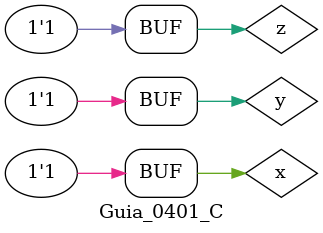
<source format=v>
/**
 * @file Guia_0401_C.v
 * @author 784778 - Wallace Freitas Oliveira (https://github.com/Olivwallace)
 * @brief Guia 04 Exercicio 01 - Arquitetura de Computadores I (PUC-Minas 1°/2023)
 * @date 03-03-2023
 */

`timescale 1ps/1ps
 `include "Guia_0401.v"

 module Guia_0401_C;
    reg x, y, z;
    wire s1;

    //Instanciamento
    QuestaoC QUESTAOC (s1, x, y, z);

    //Inicializacao de Valores
    initial begin
        x = 1'b0; y = 1'b0; z = 1'b0;
    end

    //Principal
    initial begin : main
        
        
        $display("Teste Guia_0401 - Expressao Booleana - C");
        
        //Questao C;
        $display("\nc) ( x' . y )' . z = S\n");
        
        //Monitoramento
        $display(" x  y  z |  S");
        $monitor("%2b %2b %2b | %2b", x, y, z, s1);


        //Sinalizacao
        #1 x=0; y=0; z=0; //0
        #1 x=0; y=0; z=1; //1
        #1 x=0; y=1; z=0; //2
        #1 x=0; y=1; z=1; //3
        #1 x=1; y=0; z=0; //4
        #1 x=1; y=0; z=1; //5
        #1 x=1; y=1; z=0; //6
        #1 x=1; y=1; z=1; //7
    end

 endmodule
</source>
